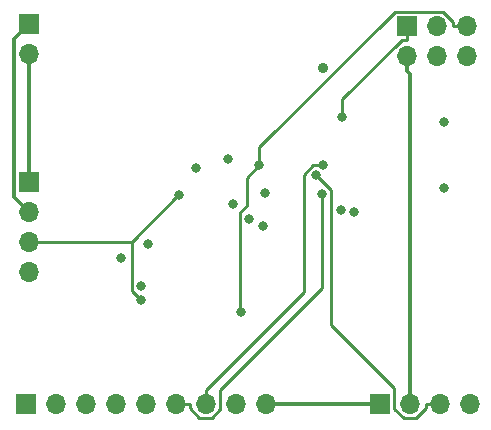
<source format=gbr>
%TF.GenerationSoftware,KiCad,Pcbnew,7.0.10*%
%TF.CreationDate,2024-02-27T03:30:34+03:00*%
%TF.ProjectId,Arduino_Datalogger,41726475-696e-46f5-9f44-6174616c6f67,1.0*%
%TF.SameCoordinates,Original*%
%TF.FileFunction,Copper,L2,Inr*%
%TF.FilePolarity,Positive*%
%FSLAX46Y46*%
G04 Gerber Fmt 4.6, Leading zero omitted, Abs format (unit mm)*
G04 Created by KiCad (PCBNEW 7.0.10) date 2024-02-27 03:30:34*
%MOMM*%
%LPD*%
G01*
G04 APERTURE LIST*
%TA.AperFunction,ComponentPad*%
%ADD10R,1.700000X1.700000*%
%TD*%
%TA.AperFunction,ComponentPad*%
%ADD11O,1.700000X1.700000*%
%TD*%
%TA.AperFunction,ViaPad*%
%ADD12C,0.900000*%
%TD*%
%TA.AperFunction,ViaPad*%
%ADD13C,0.800000*%
%TD*%
%TA.AperFunction,Conductor*%
%ADD14C,0.350000*%
%TD*%
%TA.AperFunction,Conductor*%
%ADD15C,0.250000*%
%TD*%
G04 APERTURE END LIST*
D10*
%TO.N,GND*%
%TO.C,J1*%
X135128000Y-85598000D03*
D11*
%TO.N,/Vcc*%
X135128000Y-88138000D03*
%TO.N,/SDA*%
X135128000Y-90678000D03*
%TO.N,/SCK*%
X135128000Y-93218000D03*
%TD*%
D10*
%TO.N,/D2*%
%TO.C,J4*%
X134874000Y-104394000D03*
D11*
%TO.N,/D3*%
X137414000Y-104394000D03*
%TO.N,/D4*%
X139954000Y-104394000D03*
%TO.N,/D5*%
X142494000Y-104394000D03*
%TO.N,/D6*%
X145034000Y-104394000D03*
%TO.N,/D7*%
X147574000Y-104394000D03*
%TO.N,/D8*%
X150114000Y-104394000D03*
%TO.N,/Vcc*%
X152654000Y-104394000D03*
%TO.N,GND*%
X155194000Y-104394000D03*
%TD*%
D10*
%TO.N,GND*%
%TO.C,J2*%
X164846000Y-104394000D03*
D11*
%TO.N,/Vcc*%
X167386000Y-104394000D03*
%TO.N,/Rx*%
X169926000Y-104394000D03*
%TO.N,/Tx*%
X172466000Y-104394000D03*
%TD*%
D10*
%TO.N,/MISO*%
%TO.C,J3*%
X167132000Y-72405000D03*
D11*
%TO.N,/Vcc*%
X167132000Y-74945000D03*
%TO.N,/SCK*%
X169672000Y-72405000D03*
%TO.N,/MOSI*%
X169672000Y-74945000D03*
%TO.N,/Reset*%
X172212000Y-72405000D03*
%TO.N,GND*%
X172212000Y-74945000D03*
%TD*%
D10*
%TO.N,/Vcc*%
%TO.C,BT1*%
X135128000Y-72248000D03*
D11*
%TO.N,GND*%
X135128000Y-74788000D03*
%TD*%
D12*
%TO.N,GND*%
X160060400Y-75981800D03*
D13*
%TO.N,/SCK*%
X149250200Y-84444400D03*
X144629300Y-94464800D03*
X151956000Y-83637600D03*
%TO.N,/SDA*%
X147845700Y-86751100D03*
X144619700Y-95631000D03*
%TO.N,/Rx*%
X159429000Y-85020000D03*
%TO.N,/Tx*%
X155101900Y-86529300D03*
%TO.N,/MISO*%
X161650000Y-80100900D03*
%TO.N,/Reset*%
X154651800Y-84220000D03*
X153115000Y-96670300D03*
%TO.N,/D2*%
X152414500Y-87515500D03*
%TO.N,/D3*%
X153781600Y-88776700D03*
%TO.N,/D4*%
X154985300Y-89350800D03*
%TO.N,/D5*%
X161515400Y-88030600D03*
%TO.N,/D6*%
X162634300Y-88128400D03*
%TO.N,/D7*%
X159978000Y-86601300D03*
%TO.N,/D8*%
X160045100Y-84220000D03*
%TO.N,Net-(U1-X1)*%
X142903000Y-92066400D03*
X170268000Y-86112200D03*
%TO.N,Net-(U1-X2)*%
X145218900Y-90869100D03*
X170252800Y-80585000D03*
%TD*%
D14*
%TO.N,/Vcc*%
X133852600Y-86862600D02*
X135128000Y-88138000D01*
X135128000Y-72248000D02*
X133852600Y-73523400D01*
X167386000Y-76474300D02*
X167132000Y-76220300D01*
X167386000Y-104394000D02*
X167386000Y-103118700D01*
X167132000Y-74945000D02*
X167132000Y-76220300D01*
X133852600Y-73523400D02*
X133852600Y-86862600D01*
X167386000Y-103118700D02*
X167386000Y-76474300D01*
%TO.N,GND*%
X135128000Y-76063300D02*
X135128000Y-84322700D01*
X135128000Y-74788000D02*
X135128000Y-76063300D01*
X155194000Y-104394000D02*
X164846000Y-104394000D01*
X135128000Y-85598000D02*
X135128000Y-84322700D01*
D15*
%TO.N,/SDA*%
X144619700Y-95631000D02*
X143858500Y-94869800D01*
X143858500Y-90678000D02*
X136303300Y-90678000D01*
X135128000Y-90678000D02*
X136303300Y-90678000D01*
X143858500Y-90678000D02*
X147785400Y-86751100D01*
X143858500Y-94869800D02*
X143858500Y-90678000D01*
X147785400Y-86751100D02*
X147845700Y-86751100D01*
%TO.N,/Rx*%
X160703300Y-86294300D02*
X159429000Y-85020000D01*
X160703300Y-97700600D02*
X160703300Y-86294300D01*
X169926000Y-104394000D02*
X168750700Y-104394000D01*
X166071400Y-104849800D02*
X166071400Y-103068700D01*
X166071400Y-103068700D02*
X160703300Y-97700600D01*
X168750700Y-104394000D02*
X168750700Y-104798800D01*
X166853000Y-105631400D02*
X166071400Y-104849800D01*
X167918100Y-105631400D02*
X166853000Y-105631400D01*
X168750700Y-104798800D02*
X167918100Y-105631400D01*
%TO.N,/MISO*%
X167132000Y-73580300D02*
X166691300Y-73580300D01*
X166691300Y-73580300D02*
X161650000Y-78621600D01*
X161650000Y-78621600D02*
X161650000Y-80100900D01*
X167132000Y-72405000D02*
X167132000Y-73580300D01*
%TO.N,/Reset*%
X171036700Y-72405000D02*
X171036700Y-72037700D01*
X170228600Y-71229600D02*
X166122300Y-71229600D01*
X153575800Y-87650800D02*
X153043700Y-88182900D01*
X154651800Y-84220000D02*
X153575800Y-85296000D01*
X172212000Y-72405000D02*
X171036700Y-72405000D01*
X153043700Y-96599000D02*
X153115000Y-96670300D01*
X153575800Y-85296000D02*
X153575800Y-87650800D01*
X153043700Y-88182900D02*
X153043700Y-96599000D01*
X166122300Y-71229600D02*
X154651800Y-82700100D01*
X171036700Y-72037700D02*
X170228600Y-71229600D01*
X154651800Y-82700100D02*
X154651800Y-84220000D01*
%TO.N,/D7*%
X151348700Y-104831800D02*
X151348700Y-103218600D01*
X148749300Y-104394000D02*
X148749300Y-104761300D01*
X149567000Y-105579000D02*
X150601500Y-105579000D01*
X150601500Y-105579000D02*
X151348700Y-104831800D01*
X151348700Y-103218600D02*
X159978000Y-94589300D01*
X148749300Y-104761300D02*
X149567000Y-105579000D01*
X147574000Y-104394000D02*
X148749300Y-104394000D01*
X159978000Y-94589300D02*
X159978000Y-86601300D01*
%TO.N,/D8*%
X159200300Y-84220000D02*
X160045100Y-84220000D01*
X150114000Y-103218700D02*
X158401600Y-94931100D01*
X150114000Y-104394000D02*
X150114000Y-103218700D01*
X158401600Y-94931100D02*
X158401600Y-85018700D01*
X158401600Y-85018700D02*
X159200300Y-84220000D01*
%TD*%
M02*

</source>
